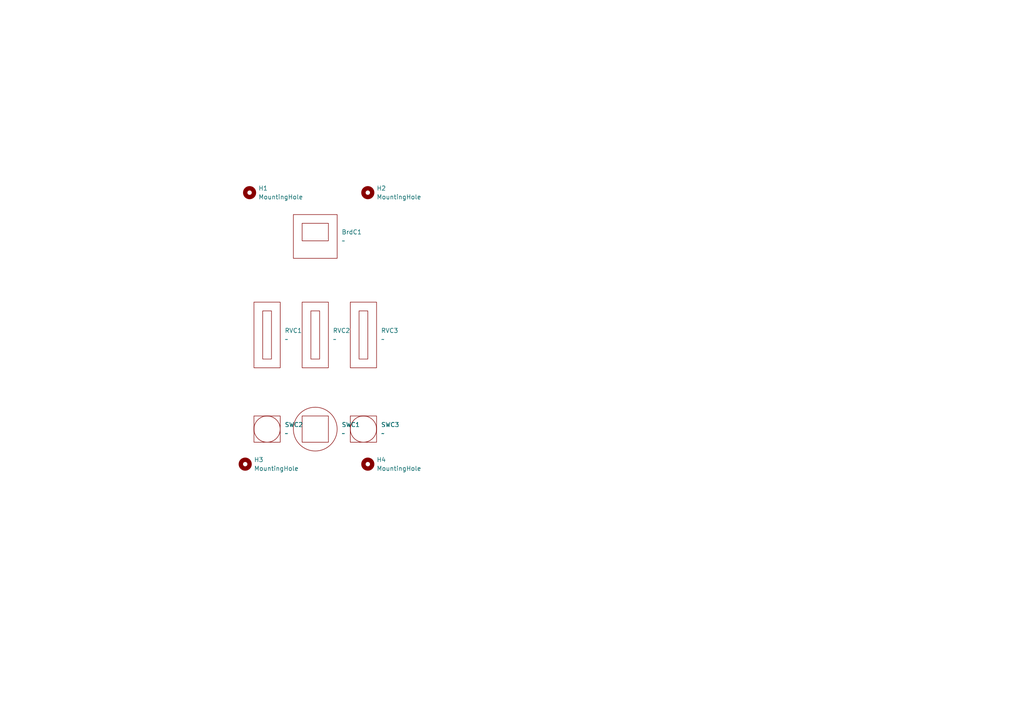
<source format=kicad_sch>
(kicad_sch (version 20250114) (generator "eeschema") (generator_version "9.0")
  (paper "A4")
  (lib_symbols
    (symbol "EUB_Passives:CenterSwitch_Cutout"
      (property "Reference" "SWC" (at 0 0 0))
      (symbol "CenterSwitch_Cutout_0_1"
        (rectangle (start -3.81 3.81) (end 3.81 -3.81))
        (circle (center 0 0) (radius 6.35))
      )
    )
    (symbol "EUB_Passives:OLED_Cutout"
      (property "Reference" "BrdC" (at 0 1.27 0))
      (symbol "OLED_Cutout_0_1"
        (rectangle (start -6.35 6.35) (end 6.35 -6.35))
        (rectangle (start -3.81 3.81) (end 3.81 -1.27))
      )
    )
    (symbol "EUB_Passives:SideSwitch_Cutout"
      (property "Reference" "SWC" (at 0 0 0))
      (symbol "SideSwitch_Cutout_0_1"
        (rectangle (start -3.81 3.81) (end 3.81 -3.81))
        (circle (center 0 0) (radius 3.81))
      )
    )
    (symbol "EUB_Passives:SlidePot_Cutout"
      (property "Reference" "RVC" (at 0 8.89 0))
      (symbol "SlidePot_Cutout_0_1"
        (rectangle (start -3.81 10.16) (end 3.81 -8.89))
        (rectangle (start -1.27 7.62) (end 1.27 -6.35))
      )
    )
    (symbol "Mechanical:MountingHole" (pin_names (offset 1.016)) (in_bom no)
      (property "Reference" "H" (at 0 5.08 0))
      (property "Value" "MountingHole" (at 0 3.175 0))
      (symbol "MountingHole_0_1"
        (circle (center 0 0) (radius 1.27) (stroke (width 1.27)))
      )
    )
  )
  (symbol (lib_id "EUB_Passives:CenterSwitch_Cutout") (at 91.44 124.46 0) (unit 1)
    (property "Reference" "SWC1" (at 99.06 123.1899 0) (effects (justify left)))
    (property "Value" "~" (at 99.06 125.7299 0) (effects (justify left)))
    (property "Footprint" "EUB_Passives:Akidsuki_WhiteCircleTactileSwitch_Cutout_top" (effects (hide yes)))
  )
  (symbol (lib_id "Mechanical:MountingHole") (at 72.39 55.88 0) (unit 1) (in_bom no)
    (property "Reference" "H1" (at 74.93 54.6099 0) (effects (justify left)))
    (property "Value" "MountingHole" (at 74.93 57.1499 0) (effects (justify left)))
    (property "Footprint" "EUB_MountingHole:MountingHole_2.2mm_M2_jlcpcb" (effects (hide yes)))
    (property "Description" "Mounting Hole without connection" (effects (hide yes)))
  )
  (symbol (lib_id "EUB_Passives:SlidePot_Cutout") (at 77.47 97.79 0) (unit 1)
    (property "Reference" "RVC1" (at 82.55 95.8849 0) (effects (justify left)))
    (property "Value" "~" (at 82.55 98.4249 0) (effects (justify left)))
    (property "Footprint" "EUB_Passives:Potentiometer_Slider_AliExpress_10k_35mm_Top" (effects (hide yes)))
  )
  (symbol (lib_id "Mechanical:MountingHole") (at 106.68 55.88 0) (unit 1) (in_bom no)
    (property "Reference" "H2" (at 109.22 54.6099 0) (effects (justify left)))
    (property "Value" "MountingHole" (at 109.22 57.1499 0) (effects (justify left)))
    (property "Footprint" "EUB_MountingHole:MountingHole_2.2mm_M2_jlcpcb" (effects (hide yes)))
    (property "Description" "Mounting Hole without connection" (effects (hide yes)))
  )
  (symbol (lib_id "EUB_Passives:SlidePot_Cutout") (at 105.41 97.79 0) (unit 1)
    (property "Reference" "RVC3" (at 110.49 95.8849 0) (effects (justify left)))
    (property "Value" "~" (at 110.49 98.4249 0) (effects (justify left)))
    (property "Footprint" "EUB_Passives:Potentiometer_Slider_AliExpress_10k_35mm_Top" (effects (hide yes)))
  )
  (symbol (lib_id "EUB_Passives:SideSwitch_Cutout") (at 105.41 124.46 0) (unit 1)
    (property "Reference" "SWC3" (at 110.49 123.1899 0) (effects (justify left)))
    (property "Value" "~" (at 110.49 125.7299 0) (effects (justify left)))
    (property "Footprint" "EUB_Passives:SW_PUSH_6mm_H9.5mm_DTS65_cutout_top" (effects (hide yes)))
  )
  (symbol (lib_id "EUB_Passives:SideSwitch_Cutout") (at 77.47 124.46 0) (unit 1)
    (property "Reference" "SWC2" (at 82.55 123.1899 0) (effects (justify left)))
    (property "Value" "~" (at 82.55 125.7299 0) (effects (justify left)))
    (property "Footprint" "EUB_Passives:SW_PUSH_6mm_H9.5mm_DTS65_cutout_top" (effects (hide yes)))
  )
  (symbol (lib_id "Mechanical:MountingHole") (at 71.12 134.62 0) (unit 1) (in_bom no)
    (property "Reference" "H3" (at 73.66 133.3499 0) (effects (justify left)))
    (property "Value" "MountingHole" (at 73.66 135.8899 0) (effects (justify left)))
    (property "Footprint" "EUB_MountingHole:MountingHole_2.2mm_M2_jlcpcb" (effects (hide yes)))
    (property "Description" "Mounting Hole without connection" (effects (hide yes)))
  )
  (symbol (lib_id "EUB_Passives:OLED_Cutout") (at 91.44 68.58 0) (unit 1)
    (property "Reference" "BrdC1" (at 99.06 67.3099 0) (effects (justify left)))
    (property "Value" "~" (at 99.06 69.8499 0) (effects (justify left)))
    (property "Footprint" "EUB_SSD1306:9E6018AD_Cutout_top" (effects (hide yes)))
  )
  (symbol (lib_id "Mechanical:MountingHole") (at 106.68 134.62 0) (unit 1) (in_bom no)
    (property "Reference" "H4" (at 109.22 133.3499 0) (effects (justify left)))
    (property "Value" "MountingHole" (at 109.22 135.8899 0) (effects (justify left)))
    (property "Footprint" "EUB_MountingHole:MountingHole_2.2mm_M2_jlcpcb" (effects (hide yes)))
    (property "Description" "Mounting Hole without connection" (effects (hide yes)))
  )
  (symbol (lib_id "EUB_Passives:SlidePot_Cutout") (at 91.44 97.79 0) (unit 1)
    (property "Reference" "RVC2" (at 96.52 95.8849 0) (effects (justify left)))
    (property "Value" "~" (at 96.52 98.4249 0) (effects (justify left)))
    (property "Footprint" "EUB_Passives:Potentiometer_Slider_AliExpress_10k_35mm_Top" (effects (hide yes)))
  )
)
</source>
